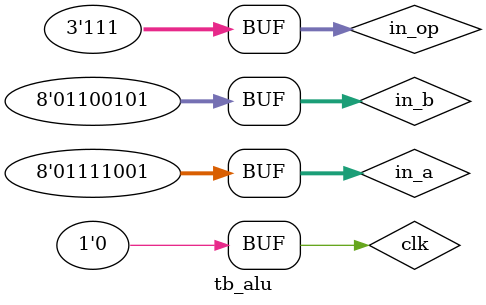
<source format=v>
module tb_alu;

    // Inputs
    reg[7:0] in_a;
    reg[7:0] in_b;
    reg[2:0] in_op;

    // Outputs
    wire[7:0] out_data;

    // Instantiate the Unit Under Test (UUT)
    ALU uut (
        .clk(clk),
        .in_a(in_a),
        .in_b(in_b),
        .in_op(in_op),
        .out_r(out_r)
    );

    initial begin
    // Apply inputs
    clk = 0;
    in_a = 8'b01111001;
    in_b = 8'b01100101;

    // Wait 100 ns for global reset to finish
    #100;

    clk = 1;
    in_op = 0; #100;
    clk = 0;

    clk = 1;
    in_op = 1; #100;
    clk = 0;

    clk = 1;
    in_op = 2; #100;
    clk = 0;

    clk = 1;
    in_op = 3; #100;
    clk = 0;

    clk = 1;
    in_op = 4; #100;
    clk = 0;

    clk = 1;
    in_op = 5; #100;
    clk = 0;
    
    clk = 1;
    in_op = 6; #100;
    clk = 0;

    clk = 1;
    in_op = 7; #100;
    clk = 0;
    end

endmodule 


</source>
